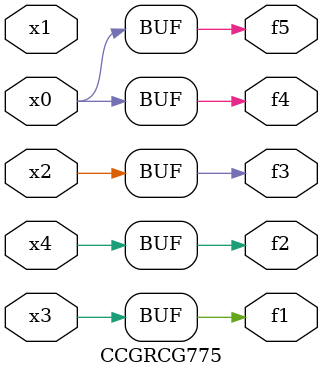
<source format=v>
module CCGRCG775(
	input x0, x1, x2, x3, x4,
	output f1, f2, f3, f4, f5
);
	assign f1 = x3;
	assign f2 = x4;
	assign f3 = x2;
	assign f4 = x0;
	assign f5 = x0;
endmodule

</source>
